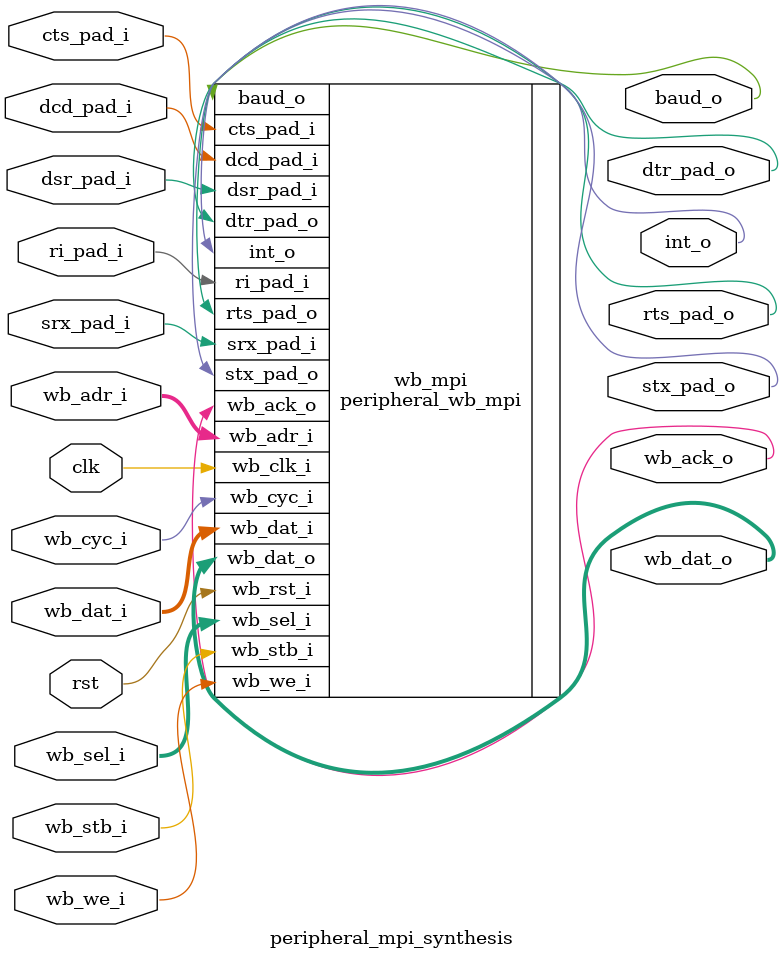
<source format=sv>

/* Copyright (c) 2018-2019 by the author(s)
 *
 * Permission is hereby granted, free of charge, to any person obtaining a copy
 * of this software and associated documentation files (the "Software"), to deal
 * in the Software without restriction, including without limitation the rights
 * to use, copy, modify, merge, publish, distribute, sublicense, and/or sell
 * copies of the Software, and to permit persons to whom the Software is
 * furnished to do so, subject to the following conditions:
 *
 * The above copyright notice and this permission notice shall be included in
 * all copies or substantial portions of the Software.
 *
 * THE SOFTWARE IS PROVIDED "AS IS", WITHOUT WARRANTY OF ANY KIND, EXPRESS OR
 * IMPLIED, INCLUDING BUT NOT LIMITED TO THE WARRANTIES OF MERCHANTABILITY,
 * FITNESS FOR A PARTICULAR PURPOSE AND NONINFRINGEMENT. IN NO EVENT SHALL THE
 * AUTHORS OR COPYRIGHT HOLDERS BE LIABLE FOR ANY CLAIM, DAMAGES OR OTHER
 * LIABILITY, WHETHER IN AN ACTION OF CONTRACT, TORT OR OTHERWISE, ARISING FROM,
 * OUT OF OR IN CONNECTION WITH THE SOFTWARE OR THE USE OR OTHER DEALINGS IN
 * THE SOFTWARE.
 *
 * =============================================================================
 * Author(s):
 *   Paco Reina Campo <pacoreinacampo@queenfield.tech>
 */

module peripheral_mpi_synthesis #(
  parameter SIM   = 0,
  parameter DEBUG = 0
) (
  input clk,
  input rst,

  // WISHBONE interface
  input  [2:0] wb_adr_i,
  input  [7:0] wb_dat_i,
  output [7:0] wb_dat_o,
  input        wb_we_i,
  input        wb_stb_i,
  input        wb_cyc_i,
  input  [3:0] wb_sel_i,
  output       wb_ack_o,
  output       int_o,

  // UART signals
  input  srx_pad_i,
  output stx_pad_o,
  output rts_pad_o,
  input  cts_pad_i,
  output dtr_pad_o,
  input  dsr_pad_i,
  input  ri_pad_i,
  input  dcd_pad_i,

  // optional baudrate output
  output baud_o
);

  //////////////////////////////////////////////////////////////////
  //
  // Module Body
  //

  // DUT WB
  peripheral_wb_mpi #(
    .SIM  (SIM),
    .DEBUG(DEBUG)
  ) wb_mpi (
    .wb_clk_i(clk),
    .wb_rst_i(rst),

    // WISHBONE interface
    .wb_adr_i(wb_adr_i),
    .wb_dat_i(wb_dat_i),
    .wb_dat_o(wb_dat_o),
    .wb_we_i (wb_we_i),
    .wb_stb_i(wb_stb_i),
    .wb_cyc_i(wb_cyc_i),
    .wb_sel_i(wb_sel_i),
    .wb_ack_o(wb_ack_o),
    .int_o   (int_o),

    // UART  signals
    .srx_pad_i(srx_pad_i),
    .stx_pad_o(stx_pad_o),
    .rts_pad_o(rts_pad_o),
    .cts_pad_i(cts_pad_i),
    .dtr_pad_o(dtr_pad_o),
    .dsr_pad_i(dsr_pad_i),
    .ri_pad_i (ri_pad_i),
    .dcd_pad_i(dcd_pad_i),

    // optional baudrate output
    .baud_o(baud_o)
  );
endmodule

</source>
